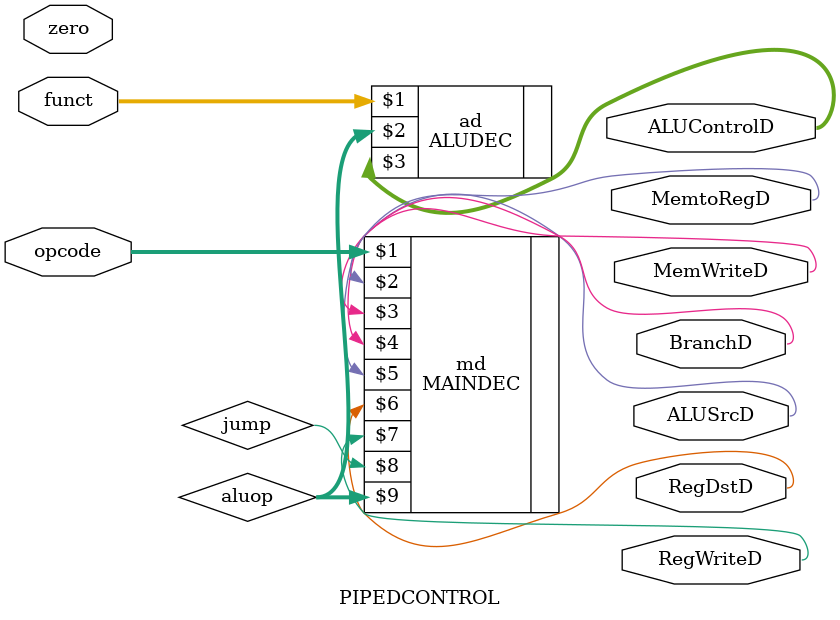
<source format=v>
`timescale 1ns / 1ps

module PIPEDCONTROL
(
    input [5:0] opcode,
    input [5:0] funct,
    input zero,
    output RegWriteD, BranchD,
    output MemtoRegD, MemWriteD,
    output ALUSrcD,
    output [2:0] ALUControlD,
    output RegDstD
);

    wire [1:0] aluop;
    
    MAINDEC md(opcode, MemtoRegD, MemWriteD, BranchD, ALUSrcD, RegDstD, RegWriteD, jump, aluop);
    ALUDEC ad(funct, aluop, ALUControlD);
endmodule

</source>
